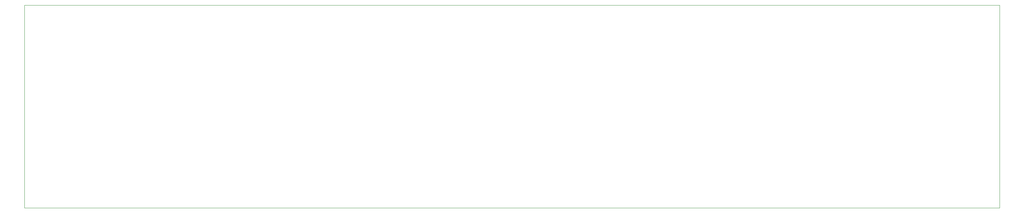
<source format=gm1>
%TF.GenerationSoftware,KiCad,Pcbnew,8.0.6*%
%TF.CreationDate,2025-03-15T00:46:26-07:00*%
%TF.ProjectId,input_pcb2,696e7075-745f-4706-9362-322e6b696361,rev?*%
%TF.SameCoordinates,Original*%
%TF.FileFunction,Profile,NP*%
%FSLAX46Y46*%
G04 Gerber Fmt 4.6, Leading zero omitted, Abs format (unit mm)*
G04 Created by KiCad (PCBNEW 8.0.6) date 2025-03-15 00:46:26*
%MOMM*%
%LPD*%
G01*
G04 APERTURE LIST*
%TA.AperFunction,Profile*%
%ADD10C,0.050000*%
%TD*%
G04 APERTURE END LIST*
D10*
X20000000Y-80000000D02*
X260000000Y-80000000D01*
X260000000Y-130000000D01*
X20000000Y-130000000D01*
X20000000Y-80000000D01*
M02*

</source>
